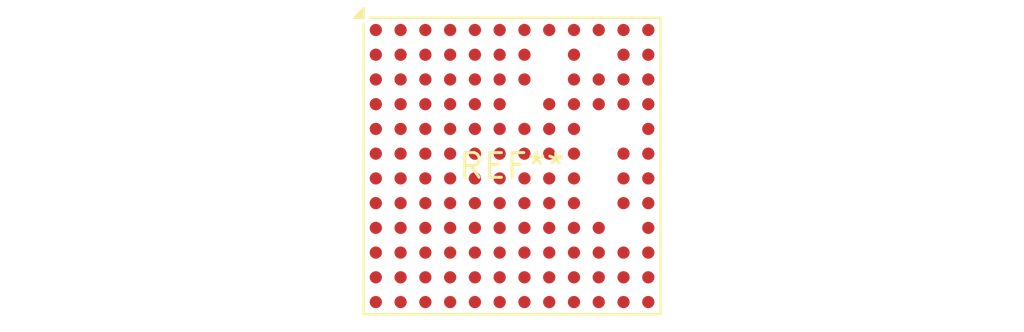
<source format=kicad_pcb>
(kicad_pcb (version 20240108) (generator pcbnew)
  (layers (0 "F.Cu" signal) (31 "B.Cu" signal) (34 "B.Paste" user) (35 "F.Paste" user) (36 "B.SilkS" user "B.Silkscreen") (37 "F.SilkS" user "F.Silkscreen") (38 "B.Mask" user) (39 "F.Mask" user) (44 "Edge.Cuts" user))
  (net 0 "")
  (footprint "Linear_BGA-133_15.0x15.0mm_Layout12x12_P1.27mm" (layer "F.Cu") (at 0 0)
    (property "Reference" "REF**")
    (property "Value" "Linear_BGA-133_15.0x15.0mm_Layout12x12_P1.27mm")
    (fp_line (start -7.61 7.61) (end -7.61 -7.29) (layer "F.SilkS") (stroke (width 0.12)))
    (fp_line (start -7.61 7.61) (end 7.61 7.61) (layer "F.SilkS") (stroke (width 0.12)))
    (fp_line (start 7.61 -7.61) (end -7.29 -7.61) (layer "F.SilkS") (stroke (width 0.12)))
    (fp_line (start 7.61 -7.61) (end 7.61 7.61) (layer "F.SilkS") (stroke (width 0.12)))
    (fp_poly (pts (xy -7.61 -7.61) (xy -8.11 -7.61) (xy -7.61 -8.11) (xy -7.61 -7.61)) (layer "F.SilkS") (stroke (width 0.12)) (fill solid))
    (pad "A1" smd circle (at -6.985 -6.985) (size 0.63 0.63) (property pad_prop_bga) (layers "F.Cu" "F.Paste" "F.Mask"))
    (pad "A2" smd circle (at -5.715 -6.985) (size 0.63 0.63) (property pad_prop_bga) (layers "F.Cu" "F.Paste" "F.Mask"))
    (pad "A3" smd circle (at -4.445 -6.985) (size 0.63 0.63) (property pad_prop_bga) (layers "F.Cu" "F.Paste" "F.Mask"))
    (pad "A4" smd circle (at -3.175 -6.985) (size 0.63 0.63) (property pad_prop_bga) (layers "F.Cu" "F.Paste" "F.Mask"))
    (pad "A5" smd circle (at -1.905 -6.985) (size 0.63 0.63) (property pad_prop_bga) (layers "F.Cu" "F.Paste" "F.Mask"))
    (pad "A6" smd circle (at -0.635 -6.985) (size 0.63 0.63) (property pad_prop_bga) (layers "F.Cu" "F.Paste" "F.Mask"))
    (pad "A7" smd circle (at 0.635 -6.985) (size 0.63 0.63) (property pad_prop_bga) (layers "F.Cu" "F.Paste" "F.Mask"))
    (pad "A8" smd circle (at 1.905 -6.985) (size 0.63 0.63) (property pad_prop_bga) (layers "F.Cu" "F.Paste" "F.Mask"))
    (pad "A9" smd circle (at 3.175 -6.985) (size 0.63 0.63) (property pad_prop_bga) (layers "F.Cu" "F.Paste" "F.Mask"))
    (pad "A10" smd circle (at 4.445 -6.985) (size 0.63 0.63) (property pad_prop_bga) (layers "F.Cu" "F.Paste" "F.Mask"))
    (pad "A11" smd circle (at 5.715 -6.985) (size 0.63 0.63) (property pad_prop_bga) (layers "F.Cu" "F.Paste" "F.Mask"))
    (pad "A12" smd circle (at 6.985 -6.985) (size 0.63 0.63) (property pad_prop_bga) (layers "F.Cu" "F.Paste" "F.Mask"))
    (pad "B1" smd circle (at -6.985 -5.715) (size 0.63 0.63) (property pad_prop_bga) (layers "F.Cu" "F.Paste" "F.Mask"))
    (pad "B2" smd circle (at -5.715 -5.715) (size 0.63 0.63) (property pad_prop_bga) (layers "F.Cu" "F.Paste" "F.Mask"))
    (pad "B3" smd circle (at -4.445 -5.715) (size 0.63 0.63) (property pad_prop_bga) (layers "F.Cu" "F.Paste" "F.Mask"))
    (pad "B4" smd circle (at -3.175 -5.715) (size 0.63 0.63) (property pad_prop_bga) (layers "F.Cu" "F.Paste" "F.Mask"))
    (pad "B5" smd circle (at -1.905 -5.715) (size 0.63 0.63) (property pad_prop_bga) (layers "F.Cu" "F.Paste" "F.Mask"))
    (pad "B6" smd circle (at -0.635 -5.715) (size 0.63 0.63) (property pad_prop_bga) (layers "F.Cu" "F.Paste" "F.Mask"))
    (pad "B7" smd circle (at 0.635 -5.715) (size 0.63 0.63) (property pad_prop_bga) (layers "F.Cu" "F.Paste" "F.Mask"))
    (pad "B9" smd circle (at 3.175 -5.715) (size 0.63 0.63) (property pad_prop_bga) (layers "F.Cu" "F.Paste" "F.Mask"))
    (pad "B11" smd circle (at 5.715 -5.715) (size 0.63 0.63) (property pad_prop_bga) (layers "F.Cu" "F.Paste" "F.Mask"))
    (pad "B12" smd circle (at 6.985 -5.715) (size 0.63 0.63) (property pad_prop_bga) (layers "F.Cu" "F.Paste" "F.Mask"))
    (pad "C1" smd circle (at -6.985 -4.445) (size 0.63 0.63) (property pad_prop_bga) (layers "F.Cu" "F.Paste" "F.Mask"))
    (pad "C2" smd circle (at -5.715 -4.445) (size 0.63 0.63) (property pad_prop_bga) (layers "F.Cu" "F.Paste" "F.Mask"))
    (pad "C3" smd circle (at -4.445 -4.445) (size 0.63 0.63) (property pad_prop_bga) (layers "F.Cu" "F.Paste" "F.Mask"))
    (pad "C4" smd circle (at -3.175 -4.445) (size 0.63 0.63) (property pad_prop_bga) (layers "F.Cu" "F.Paste" "F.Mask"))
    (pad "C5" smd circle (at -1.905 -4.445) (size 0.63 0.63) (property pad_prop_bga) (layers "F.Cu" "F.Paste" "F.Mask"))
    (pad "C6" smd circle (at -0.635 -4.445) (size 0.63 0.63) (property pad_prop_bga) (layers "F.Cu" "F.Paste" "F.Mask"))
    (pad "C7" smd circle (at 0.635 -4.445) (size 0.63 0.63) (property pad_prop_bga) (layers "F.Cu" "F.Paste" "F.Mask"))
    (pad "C9" smd circle (at 3.175 -4.445) (size 0.63 0.63) (property pad_prop_bga) (layers "F.Cu" "F.Paste" "F.Mask"))
    (pad "C10" smd circle (at 4.445 -4.445) (size 0.63 0.63) (property pad_prop_bga) (layers "F.Cu" "F.Paste" "F.Mask"))
    (pad "C11" smd circle (at 5.715 -4.445) (size 0.63 0.63) (property pad_prop_bga) (layers "F.Cu" "F.Paste" "F.Mask"))
    (pad "C12" smd circle (at 6.985 -4.445) (size 0.63 0.63) (property pad_prop_bga) (layers "F.Cu" "F.Paste" "F.Mask"))
    (pad "D1" smd circle (at -6.985 -3.175) (size 0.63 0.63) (property pad_prop_bga) (layers "F.Cu" "F.Paste" "F.Mask"))
    (pad "D2" smd circle (at -5.715 -3.175) (size 0.63 0.63) (property pad_prop_bga) (layers "F.Cu" "F.Paste" "F.Mask"))
    (pad "D3" smd circle (at -4.445 -3.175) (size 0.63 0.63) (property pad_prop_bga) (layers "F.Cu" "F.Paste" "F.Mask"))
    (pad "D4" smd circle (at -3.175 -3.175) (size 0.63 0.63) (property pad_prop_bga) (layers "F.Cu" "F.Paste" "F.Mask"))
    (pad "D5" smd circle (at -1.905 -3.175) (size 0.63 0.63) (property pad_prop_bga) (layers "F.Cu" "F.Paste" "F.Mask"))
    (pad "D6" smd circle (at -0.635 -3.175) (size 0.63 0.63) (property pad_prop_bga) (layers "F.Cu" "F.Paste" "F.Mask"))
    (pad "D8" smd circle (at 1.905 -3.175) (size 0.63 0.63) (property pad_prop_bga) (layers "F.Cu" "F.Paste" "F.Mask"))
    (pad "D9" smd circle (at 3.175 -3.175) (size 0.63 0.63) (property pad_prop_bga) (layers "F.Cu" "F.Paste" "F.Mask"))
    (pad "D10" smd circle (at 4.445 -3.175) (size 0.63 0.63) (property pad_prop_bga) (layers "F.Cu" "F.Paste" "F.Mask"))
    (pad "D11" smd circle (at 5.715 -3.175) (size 0.63 0.63) (property pad_prop_bga) (layers "F.Cu" "F.Paste" "F.Mask"))
    (pad "D12" smd circle (at 6.985 -3.175) (size 0.63 0.63) (property pad_prop_bga) (layers "F.Cu" "F.Paste" "F.Mask"))
    (pad "E1" smd circle (at -6.985 -1.905) (size 0.63 0.63) (property pad_prop_bga) (layers "F.Cu" "F.Paste" "F.Mask"))
    (pad "E2" smd circle (at -5.715 -1.905) (size 0.63 0.63) (property pad_prop_bga) (layers "F.Cu" "F.Paste" "F.Mask"))
    (pad "E3" smd circle (at -4.445 -1.905) (size 0.63 0.63) (property pad_prop_bga) (layers "F.Cu" "F.Paste" "F.Mask"))
    (pad "E4" smd circle (at -3.175 -1.905) (size 0.63 0.63) (property pad_prop_bga) (layers "F.Cu" "F.Paste" "F.Mask"))
    (pad "E5" smd circle (at -1.905 -1.905) (size 0.63 0.63) (property pad_prop_bga) (layers "F.Cu" "F.Paste" "F.Mask"))
    (pad "E6" smd circle (at -0.635 -1.905) (size 0.63 0.63) (property pad_prop_bga) (layers "F.Cu" "F.Paste" "F.Mask"))
    (pad "E7" smd circle (at 0.635 -1.905) (size 0.63 0.63) (property pad_prop_bga) (layers "F.Cu" "F.Paste" "F.Mask"))
    (pad "E8" smd circle (at 1.905 -1.905) (size 0.63 0.63) (property pad_prop_bga) (layers "F.Cu" "F.Paste" "F.Mask"))
    (pad "E9" smd circle (at 3.175 -1.905) (size 0.63 0.63) (property pad_prop_bga) (layers "F.Cu" "F.Paste" "F.Mask"))
    (pad "E12" smd circle (at 6.985 -1.905) (size 0.63 0.63) (property pad_prop_bga) (layers "F.Cu" "F.Paste" "F.Mask"))
    (pad "F1" smd circle (at -6.985 -0.635) (size 0.63 0.63) (property pad_prop_bga) (layers "F.Cu" "F.Paste" "F.Mask"))
    (pad "F2" smd circle (at -5.715 -0.635) (size 0.63 0.63) (property pad_prop_bga) (layers "F.Cu" "F.Paste" "F.Mask"))
    (pad "F3" smd circle (at -4.445 -0.635) (size 0.63 0.63) (property pad_prop_bga) (layers "F.Cu" "F.Paste" "F.Mask"))
    (pad "F4" smd circle (at -3.175 -0.635) (size 0.63 0.63) (property pad_prop_bga) (layers "F.Cu" "F.Paste" "F.Mask"))
    (pad "F5" smd circle (at -1.905 -0.635) (size 0.63 0.63) (property pad_prop_bga) (layers "F.Cu" "F.Paste" "F.Mask"))
    (pad "F6" smd circle (at -0.635 -0.635) (size 0.63 0.63) (property pad_prop_bga) (layers "F.Cu" "F.Paste" "F.Mask"))
    (pad "F7" smd circle (at 0.635 -0.635) (size 0.63 0.63) (property pad_prop_bga) (layers "F.Cu" "F.Paste" "F.Mask"))
    (pad "F8" smd circle (at 1.905 -0.635) (size 0.63 0.63) (property pad_prop_bga) (layers "F.Cu" "F.Paste" "F.Mask"))
    (pad "F9" smd circle (at 3.175 -0.635) (size 0.63 0.63) (property pad_prop_bga) (layers "F.Cu" "F.Paste" "F.Mask"))
    (pad "F11" smd circle (at 5.715 -0.635) (size 0.63 0.63) (property pad_prop_bga) (layers "F.Cu" "F.Paste" "F.Mask"))
    (pad "F12" smd circle (at 6.985 -0.635) (size 0.63 0.63) (property pad_prop_bga) (layers "F.Cu" "F.Paste" "F.Mask"))
    (pad "G1" smd circle (at -6.985 0.635) (size 0.63 0.63) (property pad_prop_bga) (layers "F.Cu" "F.Paste" "F.Mask"))
    (pad "G2" smd circle (at -5.715 0.635) (size 0.63 0.63) (property pad_prop_bga) (layers "F.Cu" "F.Paste" "F.Mask"))
    (pad "G3" smd circle (at -4.445 0.635) (size 0.63 0.63) (property pad_prop_bga) (layers "F.Cu" "F.Paste" "F.Mask"))
    (pad "G4" smd circle (at -3.175 0.635) (size 0.63 0.63) (property pad_prop_bga) (layers "F.Cu" "F.Paste" "F.Mask"))
    (pad "G5" smd circle (at -1.905 0.635) (size 0.63 0.63) (property pad_prop_bga) (layers "F.Cu" "F.Paste" "F.Mask"))
    (pad "G6" smd circle (at -0.635 0.635) (size 0.63 0.63) (property pad_prop_bga) (layers "F.Cu" "F.Paste" "F.Mask"))
    (pad "G7" smd circle (at 0.635 0.635) (size 0.63 0.63) (property pad_prop_bga) (layers "F.Cu" "F.Paste" "F.Mask"))
    (pad "G8" smd circle (at 1.905 0.635) (size 0.63 0.63) (property pad_prop_bga) (layers "F.Cu" "F.Paste" "F.Mask"))
    (pad "G9" smd circle (at 3.175 0.635) (size 0.63 0.63) (property pad_prop_bga) (layers "F.Cu" "F.Paste" "F.Mask"))
    (pad "G11" smd circle (at 5.715 0.635) (size 0.63 0.63) (property pad_prop_bga) (layers "F.Cu" "F.Paste" "F.Mask"))
    (pad "G12" smd circle (at 6.985 0.635) (size 0.63 0.63) (property pad_prop_bga) (layers "F.Cu" "F.Paste" "F.Mask"))
    (pad "H1" smd circle (at -6.985 1.905) (size 0.63 0.63) (property pad_prop_bga) (layers "F.Cu" "F.Paste" "F.Mask"))
    (pad "H2" smd circle (at -5.715 1.905) (size 0.63 0.63) (property pad_prop_bga) (layers "F.Cu" "F.Paste" "F.Mask"))
    (pad "H3" smd circle (at -4.445 1.905) (size 0.63 0.63) (property pad_prop_bga) (layers "F.Cu" "F.Paste" "F.Mask"))
    (pad "H4" smd circle (at -3.175 1.905) (size 0.63 0.63) (property pad_prop_bga) (layers "F.Cu" "F.Paste" "F.Mask"))
    (pad "H5" smd circle (at -1.905 1.905) (size 0.63 0.63) (property pad_prop_bga) (layers "F.Cu" "F.Paste" "F.Mask"))
    (pad "H6" smd circle (at -0.635 1.905) (size 0.63 0.63) (property pad_prop_bga) (layers "F.Cu" "F.Paste" "F.Mask"))
    (pad "H7" smd circle (at 0.635 1.905) (size 0.63 0.63) (property pad_prop_bga) (layers "F.Cu" "F.Paste" "F.Mask"))
    (pad "H8" smd circle (at 1.905 1.905) (size 0.63 0.63) (property pad_prop_bga) (layers "F.Cu" "F.Paste" "F.Mask"))
    (pad "H9" smd circle (at 3.175 1.905) (size 0.63 0.63) (property pad_prop_bga) (layers "F.Cu" "F.Paste" "F.Mask"))
    (pad "H11" smd circle (at 5.715 1.905) (size 0.63 0.63) (property pad_prop_bga) (layers "F.Cu" "F.Paste" "F.Mask"))
    (pad "H12" smd circle (at 6.985 1.905) (size 0.63 0.63) (property pad_prop_bga) (layers "F.Cu" "F.Paste" "F.Mask"))
    (pad "J1" smd circle (at -6.985 3.175) (size 0.63 0.63) (property pad_prop_bga) (layers "F.Cu" "F.Paste" "F.Mask"))
    (pad "J2" smd circle (at -5.715 3.175) (size 0.63 0.63) (property pad_prop_bga) (layers "F.Cu" "F.Paste" "F.Mask"))
    (pad "J3" smd circle (at -4.445 3.175) (size 0.63 0.63) (property pad_prop_bga) (layers "F.Cu" "F.Paste" "F.Mask"))
    (pad "J4" smd circle (at -3.175 3.175) (size 0.63 0.63) (property pad_prop_bga) (layers "F.Cu" "F.Paste" "F.Mask"))
    (pad "J5" smd circle (at -1.905 3.175) (size 0.63 0.63) (property pad_prop_bga) (layers "F.Cu" "F.Paste" "F.Mask"))
    (pad "J6" smd circle (at -0.635 3.175) (size 0.63 0.63) (property pad_prop_bga) (layers "F.Cu" "F.Paste" "F.Mask"))
    (pad "J7" smd circle (at 0.635 3.175) (size 0.63 0.63) (property pad_prop_bga) (layers "F.Cu" "F.Paste" "F.Mask"))
    (pad "J8" smd circle (at 1.905 3.175) (size 0.63 0.63) (property pad_prop_bga) (layers "F.Cu" "F.Paste" "F.Mask"))
    (pad "J9" smd circle (at 3.175 3.175) (size 0.63 0.63) (property pad_prop_bga) (layers "F.Cu" "F.Paste" "F.Mask"))
    (pad "J10" smd circle (at 4.445 3.175) (size 0.63 0.63) (property pad_prop_bga) (layers "F.Cu" "F.Paste" "F.Mask"))
    (pad "J12" smd circle (at 6.985 3.175) (size 0.63 0.63) (property pad_prop_bga) (layers "F.Cu" "F.Paste" "F.Mask"))
    (pad "K1" smd circle (at -6.985 4.445) (size 0.63 0.63) (property pad_prop_bga) (layers "F.Cu" "F.Paste" "F.Mask"))
    (pad "K2" smd circle (at -5.715 4.445) (size 0.63 0.63) (property pad_prop_bga) (layers "F.Cu" "F.Paste" "F.Mask"))
    (pad "K3" smd circle (at -4.445 4.445) (size 0.63 0.63) (property pad_prop_bga) (layers "F.Cu" "F.Paste" "F.Mask"))
    (pad "K4" smd circle (at -3.175 4.445) (size 0.63 0.63) (property pad_prop_bga) (layers "F.Cu" "F.Paste" "F.Mask"))
    (pad "K5" smd circle (at -1.905 4.445) (size 0.63 0.63) (property pad_prop_bga) (layers "F.Cu" "F.Paste" "F.Mask"))
    (pad "K6" smd circle (at -0.635 4.445) (size 0.63 0.63) (property pad_prop_bga) (layers "F.Cu" "F.Paste" "F.Mask"))
    (pad "K7" smd circle (at 0.635 4.445) (size 0.63 0.63) (property pad_prop_bga) (layers "F.Cu" "F.Paste" "F.Mask"))
    (pad "K8" smd circle (at 1.905 4.445) (size 0.63 0.63) (property pad_prop_bga) (layers "F.Cu" "F.Paste" "F.Mask"))
    (pad "K9" smd circle (at 3.175 4.445) (size 0.63 0.63) (property pad_prop_bga) (layers "F.Cu" "F.Paste" "F.Mask"))
    (pad "K10" smd circle (at 4.445 4.445) (size 0.63 0.63) (property pad_prop_bga) (layers "F.Cu" "F.Paste" "F.Mask"))
    (pad "K11" smd circle (at 5.715 4.445) (size 0.63 0.63) (property pad_prop_bga) (layers "F.Cu" "F.Paste" "F.Mask"))
    (pad "K12" smd circle (at 6.985 4.445) (size 0.63 0.63) (property pad_prop_bga) (layers "F.Cu" "F.Paste" "F.Mask"))
    (pad "L1" smd circle (at -6.985 5.715) (size 0.63 0.63) (property pad_prop_bga) (layers "F.Cu" "F.Paste" "F.Mask"))
    (pad "L2" smd circle (at -5.715 5.715) (size 0.63 0.63) (property pad_prop_bga) (layers "F.Cu" "F.Paste" "F.Mask"))
    (pad "L3" smd circle (at -4.445 5.715) (size 0.63 0.63) (property pad_prop_bga) (layers "F.Cu" "F.Paste" "F.Mask"))
    (pad "L4" smd circle (at -3.175 5.715) (size 0.63 0.63) (property pad_prop_bga) (layers "F.Cu" "F.Paste" "F.Mask"))
    (pad "L5" smd circle (at -1.905 5.715) (size 0.63 0.63) (property pad_prop_bga) (layers "F.Cu" "F.Paste" "F.Mask"))
    (pad "L6" smd circle (at -0.635 5.715) (size 0.63 0.63) (property pad_prop_bga) (layers "F.Cu" "F.Paste" "F.Mask"))
    (pad "L7" smd circle (at 0.635 5.715) (size 0.63 0.63) (property pad_prop_bga) (layers "F.Cu" "F.Paste" "F.Mask"))
    (pad "L8" smd circle (at 1.905 5.715) (size 0.63 0.63) (property pad_prop_bga) (layers "F.Cu" "F.Paste" "F.Mask"))
    (pad "L9" smd circle (at 3.175 5.715) (size 0.63 0.63) (property pad_prop_bga) (layers "F.Cu" "F.Paste" "F.Mask"))
    (pad "L10" smd circle (at 4.445 5.715) (size 0.63 0.63) (property pad_prop_bga) (layers "F.Cu" "F.Paste" "F.Mask"))
    (pad "L11" smd circle (at 5.715 5.715) (size 0.63 0.63) (property pad_prop_bga) (layers "F.Cu" "F.Paste" "F.Mask"))
    (pad "L12" smd circle (at 6.985 5.715) (size 0.63 0.63) (property pad_prop_bga) (layers "F.Cu" "F.Paste" "F.Mask"))
    (pad "M1" smd circle (at -6.985 6.985) (size 0.63 0.63) (property pad_prop_bga) (layers "F.Cu" "F.Paste" "F.Mask"))
    (pad "M2" smd circle (at -5.715 6.985) (size 0.63 0.63) (property pad_prop_bga) (layers "F.Cu" "F.Paste" "F.Mask"))
    (pad "M3" smd circle (at -4.445 6.985) (size 0.63 0.63) (property pad_prop_bga) (layers "F.Cu" "F.Paste" "F.Mask"))
    (pad "M4" smd circle (at -3.175 6.985) (size 0.63 0.63) (property pad_prop_bga) (layers "F.Cu" "F.Paste" "F.Mask"))
    (pad "M5" smd circle (at -1.905 6.985) (size 0.63 0.63) (property pad_prop_bga) (layers "F.Cu" "F.Paste" "F.Mask"))
    (pad "M6" smd circle (at -0.635 6.985) (size 0.63 0.63) (property pad_prop_bga) (layers "F.Cu" "F.Paste" "F.Mask"))
    (pad "M7" smd circle (at 0.635 6.985) (size 0.63 0.63) (property pad_prop_bga) (layers "F.Cu" "F.Paste" "F.Mask"))
    (pad "M8" smd circle (at 1.905 6.985) (size 0.63 0.63) (property pad_prop_bga) (layers "F.Cu" "F.Paste" "F.Mask"))
    (pad "M9" smd circle (at 3.175 6.985) (size 0.63 0.63) (property pad_prop_bga) (layers "F.Cu" "F.Paste" "F.Mask"))
    (pad "M10" smd circle (at 4.445 6.985) (size 0.63 0.63) (property pad_prop_bga) (layers "F.Cu" "F.Paste" "F.Mask"))
    (pad "M11" smd circle (at 5.715 6.985) (size 0.63 0.63) (property pad_prop_bga) (layers "F.Cu" "F.Paste" "F.Mask"))
    (pad "M12" smd circle (at 6.985 6.985) (size 0.63 0.63) (property pad_prop_bga) (layers "F.Cu" "F.Paste" "F.Mask"))
  )
)
</source>
